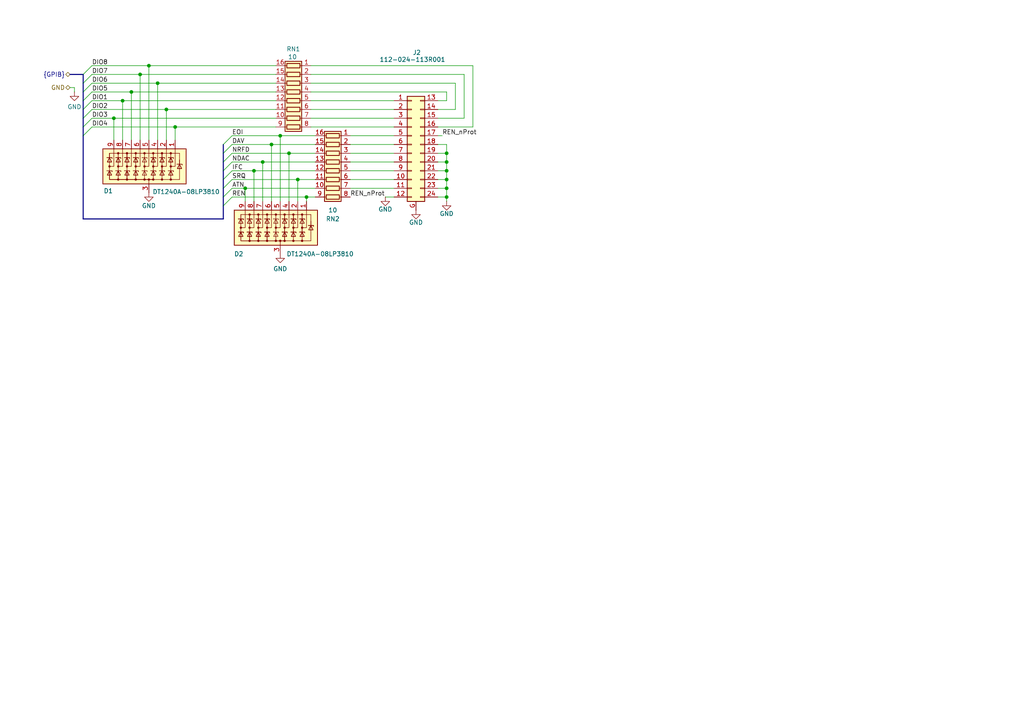
<source format=kicad_sch>
(kicad_sch (version 20241004) (generator "eeschema") (generator_version "8.99")
  (paper "A4")
  (title_block (title "Poe Ethernet GPIB Adapter") (date "2024-12-25") (rev "1") (company "KOFOTRONIC"))
  (lib_symbols
    (symbol "Connector_Generic:Conn_02x12_Top_Bottom_gnd_pins" (pin_names (offset 1.016) (hide yes))
      (property "Reference" "J" (at 1.27 15.24 0))
      (property "Value" "Conn_02x12_Top_Bottom_gnd_pins" (at 1.27 -17.78 0))
      (symbol "Conn_02x12_Top_Bottom_gnd_pins_1_1"
        (rectangle (start -1.27 13.97) (end 3.81 -16.51) (stroke (width 0.254)) (fill (type background)))
        (rectangle (start -1.27 12.827) (end 0 12.573) (stroke (width 0.1524)))
        (rectangle (start -1.27 10.287) (end 0 10.033) (stroke (width 0.1524)))
        (rectangle (start -1.27 7.747) (end 0 7.493) (stroke (width 0.1524)))
        (rectangle (start -1.27 5.207) (end 0 4.953) (stroke (width 0.1524)))
        (rectangle (start -1.27 2.667) (end 0 2.413) (stroke (width 0.1524)))
        (rectangle (start -1.27 0.127) (end 0 -0.127) (stroke (width 0.1524)))
        (rectangle (start -1.27 -2.413) (end 0 -2.667) (stroke (width 0.1524)))
        (rectangle (start -1.27 -4.953) (end 0 -5.207) (stroke (width 0.1524)))
        (rectangle (start -1.27 -7.493) (end 0 -7.747) (stroke (width 0.1524)))
        (rectangle (start -1.27 -10.033) (end 0 -10.287) (stroke (width 0.1524)))
        (rectangle (start -1.27 -12.573) (end 0 -12.827) (stroke (width 0.1524)))
        (rectangle (start -1.27 -15.113) (end 0 -15.367) (stroke (width 0.1524)))
        (rectangle (start 3.81 12.827) (end 2.54 12.573) (stroke (width 0.1524)))
        (rectangle (start 3.81 10.287) (end 2.54 10.033) (stroke (width 0.1524)))
        (rectangle (start 3.81 7.747) (end 2.54 7.493) (stroke (width 0.1524)))
        (rectangle (start 3.81 5.207) (end 2.54 4.953) (stroke (width 0.1524)))
        (rectangle (start 3.81 2.667) (end 2.54 2.413) (stroke (width 0.1524)))
        (rectangle (start 3.81 0.127) (end 2.54 -0.127) (stroke (width 0.1524)))
        (rectangle (start 3.81 -2.413) (end 2.54 -2.667) (stroke (width 0.1524)))
        (rectangle (start 3.81 -4.953) (end 2.54 -5.207) (stroke (width 0.1524)))
        (rectangle (start 3.81 -7.493) (end 2.54 -7.747) (stroke (width 0.1524)))
        (rectangle (start 3.81 -10.033) (end 2.54 -10.287) (stroke (width 0.1524)))
        (rectangle (start 3.81 -12.573) (end 2.54 -12.827) (stroke (width 0.1524)))
        (rectangle (start 3.81 -15.113) (end 2.54 -15.367) (stroke (width 0.1524)))
        (pin passive line (at -5.08 12.7 0) (length 3.81) (name "Pin_1") (number "1"))
        (pin passive line (at -5.08 10.16 0) (length 3.81) (name "Pin_2") (number "2"))
        (pin passive line (at -5.08 7.62 0) (length 3.81) (name "Pin_3") (number "3"))
        (pin passive line (at -5.08 5.08 0) (length 3.81) (name "Pin_4") (number "4"))
        (pin passive line (at -5.08 2.54 0) (length 3.81) (name "Pin_5") (number "5"))
        (pin passive line (at -5.08 0 0) (length 3.81) (name "Pin_6") (number "6"))
        (pin passive line (at -5.08 -2.54 0) (length 3.81) (name "Pin_7") (number "7"))
        (pin passive line (at -5.08 -5.08 0) (length 3.81) (name "Pin_8") (number "8"))
        (pin passive line (at -5.08 -7.62 0) (length 3.81) (name "Pin_9") (number "9"))
        (pin passive line (at -5.08 -10.16 0) (length 3.81) (name "Pin_10") (number "10"))
        (pin passive line (at -5.08 -12.7 0) (length 3.81) (name "Pin_11") (number "11"))
        (pin passive line (at -5.08 -15.24 0) (length 3.81) (name "Pin_12") (number "12"))
        (pin passive line (at 1.27 -19.05 90) (length 2.54) (name "Chassis") (number "G"))
        (pin passive line (at 7.62 12.7 180) (length 3.81) (name "Pin_13") (number "13"))
        (pin passive line (at 7.62 10.16 180) (length 3.81) (name "Pin_14") (number "14"))
        (pin passive line (at 7.62 7.62 180) (length 3.81) (name "Pin_15") (number "15"))
        (pin passive line (at 7.62 5.08 180) (length 3.81) (name "Pin_16") (number "16"))
        (pin passive line (at 7.62 2.54 180) (length 3.81) (name "Pin_17") (number "17"))
        (pin passive line (at 7.62 0 180) (length 3.81) (name "Pin_18") (number "18"))
        (pin passive line (at 7.62 -2.54 180) (length 3.81) (name "Pin_19") (number "19"))
        (pin passive line (at 7.62 -5.08 180) (length 3.81) (name "Pin_20") (number "20"))
        (pin passive line (at 7.62 -7.62 180) (length 3.81) (name "Pin_21") (number "21"))
        (pin passive line (at 7.62 -10.16 180) (length 3.81) (name "Pin_22") (number "22"))
        (pin passive line (at 7.62 -12.7 180) (length 3.81) (name "Pin_23") (number "23"))
        (pin passive line (at 7.62 -15.24 180) (length 3.81) (name "Pin_24") (number "24"))
      )
    )
    (symbol "Device:R_Pack08" (pin_names (offset 0) (hide yes))
      (property "Reference" "RN" (at -12.7 0 90))
      (property "Value" "R_Pack08" (at 10.16 0 90))
      (symbol "R_Pack08_0_1"
        (rectangle (start -11.43 -2.413) (end 8.89 2.413) (stroke (width 0.254)) (fill (type background)))
        (rectangle (start -10.795 1.905) (end -9.525 -1.905) (stroke (width 0.254)))
        (polyline (pts (xy -10.16 1.905) (xy -10.16 2.54)))
        (polyline (pts (xy -10.16 -2.54) (xy -10.16 -1.905)))
        (rectangle (start -8.255 1.905) (end -6.985 -1.905) (stroke (width 0.254)))
        (polyline (pts (xy -7.62 1.905) (xy -7.62 2.54)))
        (polyline (pts (xy -7.62 -2.54) (xy -7.62 -1.905)))
        (rectangle (start -5.715 1.905) (end -4.445 -1.905) (stroke (width 0.254)))
        (polyline (pts (xy -5.08 1.905) (xy -5.08 2.54)))
        (polyline (pts (xy -5.08 -2.54) (xy -5.08 -1.905)))
        (rectangle (start -3.175 1.905) (end -1.905 -1.905) (stroke (width 0.254)))
        (polyline (pts (xy -2.54 1.905) (xy -2.54 2.54)))
        (polyline (pts (xy -2.54 -2.54) (xy -2.54 -1.905)))
        (rectangle (start -0.635 1.905) (end 0.635 -1.905) (stroke (width 0.254)))
        (polyline (pts (xy 0 1.905) (xy 0 2.54)))
        (polyline (pts (xy 0 -2.54) (xy 0 -1.905)))
        (rectangle (start 1.905 1.905) (end 3.175 -1.905) (stroke (width 0.254)))
        (polyline (pts (xy 2.54 1.905) (xy 2.54 2.54)))
        (polyline (pts (xy 2.54 -2.54) (xy 2.54 -1.905)))
        (rectangle (start 4.445 1.905) (end 5.715 -1.905) (stroke (width 0.254)))
        (polyline (pts (xy 5.08 1.905) (xy 5.08 2.54)))
        (polyline (pts (xy 5.08 -2.54) (xy 5.08 -1.905)))
        (rectangle (start 6.985 1.905) (end 8.255 -1.905) (stroke (width 0.254)))
        (polyline (pts (xy 7.62 1.905) (xy 7.62 2.54)))
        (polyline (pts (xy 7.62 -2.54) (xy 7.62 -1.905)))
      )
      (symbol "R_Pack08_1_1"
        (pin passive line (at -10.16 5.08 270) (length 2.54) (name "R1.2") (number "16"))
        (pin passive line (at -10.16 -5.08 90) (length 2.54) (name "R1.1") (number "1"))
        (pin passive line (at -7.62 5.08 270) (length 2.54) (name "R2.2") (number "15"))
        (pin passive line (at -7.62 -5.08 90) (length 2.54) (name "R2.1") (number "2"))
        (pin passive line (at -5.08 5.08 270) (length 2.54) (name "R3.2") (number "14"))
        (pin passive line (at -5.08 -5.08 90) (length 2.54) (name "R3.1") (number "3"))
        (pin passive line (at -2.54 5.08 270) (length 2.54) (name "R4.2") (number "13"))
        (pin passive line (at -2.54 -5.08 90) (length 2.54) (name "R4.1") (number "4"))
        (pin passive line (at 0 5.08 270) (length 2.54) (name "R5.2") (number "12"))
        (pin passive line (at 0 -5.08 90) (length 2.54) (name "R5.1") (number "5"))
        (pin passive line (at 2.54 5.08 270) (length 2.54) (name "R6.2") (number "11"))
        (pin passive line (at 2.54 -5.08 90) (length 2.54) (name "R6.1") (number "6"))
        (pin passive line (at 5.08 5.08 270) (length 2.54) (name "R7.2") (number "10"))
        (pin passive line (at 5.08 -5.08 90) (length 2.54) (name "R7.1") (number "7"))
        (pin passive line (at 7.62 5.08 270) (length 2.54) (name "R8.2") (number "9"))
        (pin passive line (at 7.62 -5.08 90) (length 2.54) (name "R8.1") (number "8"))
      )
    )
    (symbol "Power_Protection:DT1240A-08LP3810" (pin_names (hide yes))
      (property "Reference" "D" (at 13.97 2.54 0))
      (property "Value" "DT1240A-08LP3810" (at 13.97 0.635 0))
      (symbol "DT1240A-08LP3810_0_0"
        (pin passive line (at 0 -7.62 90) (length 2.54) (name "A") (number "3"))
      )
      (symbol "DT1240A-08LP3810_0_1"
        (rectangle (start -10.795 5.08) (end 13.335 -5.08) (stroke (width 0.254)) (fill (type background)))
        (polyline (pts (xy -9.652 0.381) (xy -9.652 0.635) (xy -8.255 0.635) (xy -8.128 0.635)))
        (polyline (pts (xy -9.652 0.381) (xy -9.652 0.635) (xy -8.255 0.635) (xy -8.128 0.635)))
        (polyline (pts (xy -8.89 3.81) (xy -8.89 0.635)))
        (polyline (pts (xy -8.89 1.905) (xy -8.89 0.635)))
        (polyline (pts (xy -8.89 0.635) (xy -8.255 -0.635) (xy -9.525 -0.635) (xy -8.89 0.635)))
        (polyline (pts (xy -8.89 0.635) (xy -8.255 -0.635) (xy -9.525 -0.635) (xy -8.89 0.635)))
        (polyline (pts (xy -8.89 0.635) (xy -8.89 -3.81)))
        (polyline (pts (xy -7.62 5.08) (xy -7.62 0) (xy -6.35 0)))
        (polyline (pts (xy -7.112 2.286) (xy -7.112 2.54) (xy -5.715 2.54) (xy -5.588 2.54)))
        (polyline (pts (xy -7.112 2.286) (xy -7.112 2.54) (xy -5.715 2.54) (xy -5.588 2.54)))
        (polyline (pts (xy -7.112 -1.524) (xy -7.112 -1.27) (xy -5.715 -1.27) (xy -5.588 -1.27)))
        (polyline (pts (xy -7.112 -1.524) (xy -7.112 -1.27) (xy -5.715 -1.27) (xy -5.588 -1.27)))
        (circle (center -6.35 3.81) (radius 0.254) (fill (type outline)))
        (polyline (pts (xy -6.35 3.81) (xy -6.35 2.54)))
        (polyline (pts (xy -6.35 3.81) (xy -6.35 2.54)))
        (polyline (pts (xy -6.35 2.54) (xy -5.715 1.27) (xy -6.985 1.27) (xy -6.35 2.54)))
        (polyline (pts (xy -6.35 2.54) (xy -6.35 -1.27)))
        (polyline (pts (xy -6.35 2.54) (xy -5.715 1.27) (xy -6.985 1.27) (xy -6.35 2.54)))
        (polyline (pts (xy -6.35 0) (xy -6.35 -1.27)))
        (circle (center -6.35 0) (radius 0.254) (fill (type outline)))
        (polyline (pts (xy -6.35 -1.27) (xy -6.35 -3.81) (xy -3.81 -3.81)))
        (polyline (pts (xy -6.35 -1.27) (xy -5.715 -2.54) (xy -6.985 -2.54) (xy -6.35 -1.27)))
        (polyline (pts (xy -6.35 -1.27) (xy -5.715 -2.54) (xy -6.985 -2.54) (xy -6.35 -1.27)))
        (polyline (pts (xy -6.35 -3.81) (xy -8.89 -3.81)))
        (circle (center -6.35 -3.81) (radius 0.254) (fill (type outline)))
        (polyline (pts (xy -5.08 5.08) (xy -5.08 0) (xy -3.81 0)))
        (polyline (pts (xy -4.572 2.286) (xy -4.572 2.54) (xy -3.175 2.54) (xy -3.048 2.54)))
        (polyline (pts (xy -4.572 2.286) (xy -4.572 2.54) (xy -3.175 2.54) (xy -3.048 2.54)))
        (polyline (pts (xy -4.572 -1.524) (xy -4.572 -1.27) (xy -3.175 -1.27) (xy -3.048 -1.27)))
        (polyline (pts (xy -4.572 -1.524) (xy -4.572 -1.27) (xy -3.175 -1.27) (xy -3.048 -1.27)))
        (polyline (pts (xy -3.81 3.81) (xy -3.81 2.54)))
        (circle (center -3.81 3.81) (radius 0.254) (fill (type outline)))
        (polyline (pts (xy -3.81 3.81) (xy -3.81 2.54)))
        (polyline (pts (xy -3.81 2.54) (xy -3.81 -1.27)))
        (polyline (pts (xy -3.81 2.54) (xy -3.175 1.27) (xy -4.445 1.27) (xy -3.81 2.54)))
        (polyline (pts (xy -3.81 2.54) (xy -3.175 1.27) (xy -4.445 1.27) (xy -3.81 2.54)))
        (circle (center -3.81 0) (radius 0.254) (fill (type outline)))
        (polyline (pts (xy -3.81 0) (xy -3.81 -1.27)))
        (polyline (pts (xy -3.81 -1.27) (xy -3.175 -2.54) (xy -4.445 -2.54) (xy -3.81 -1.27)))
        (polyline (pts (xy -3.81 -1.27) (xy -3.175 -2.54) (xy -4.445 -2.54) (xy -3.81 -1.27)))
        (polyline (pts (xy -3.81 -1.27) (xy -3.81 -3.81) (xy -1.27 -3.81)))
        (circle (center -3.81 -3.81) (radius 0.254) (fill (type outline)))
        (polyline (pts (xy -2.54 5.08) (xy -2.54 0) (xy -1.27 0)))
        (polyline (pts (xy -2.032 2.286) (xy -2.032 2.54) (xy -0.635 2.54) (xy -0.508 2.54)))
        (polyline (pts (xy -2.032 2.286) (xy -2.032 2.54) (xy -0.635 2.54) (xy -0.508 2.54)))
        (polyline (pts (xy -2.032 -1.524) (xy -2.032 -1.27) (xy -0.635 -1.27) (xy -0.508 -1.27)))
        (polyline (pts (xy -2.032 -1.524) (xy -2.032 -1.27) (xy -0.635 -1.27) (xy -0.508 -1.27)))
        (circle (center -1.27 3.81) (radius 0.254) (fill (type outline)))
        (polyline (pts (xy -1.27 3.81) (xy -1.27 2.54)))
        (polyline (pts (xy -1.27 3.81) (xy -1.27 2.54)))
        (polyline (pts (xy -1.27 2.54) (xy -0.635 1.27) (xy -1.905 1.27) (xy -1.27 2.54)))
        (polyline (pts (xy -1.27 2.54) (xy -0.635 1.27) (xy -1.905 1.27) (xy -1.27 2.54)))
        (polyline (pts (xy -1.27 2.54) (xy -1.27 -1.27)))
        (circle (center -1.27 0) (radius 0.254) (fill (type outline)))
        (polyline (pts (xy -1.27 0) (xy -1.27 -1.27)))
        (polyline (pts (xy -1.27 -1.27) (xy -1.27 -3.81) (xy 3.81 -3.81) (xy 3.81 -1.27)))
        (polyline (pts (xy -1.27 -1.27) (xy -0.635 -2.54) (xy -1.905 -2.54) (xy -1.27 -1.27)))
        (polyline (pts (xy -1.27 -1.27) (xy -0.635 -2.54) (xy -1.905 -2.54) (xy -1.27 -1.27)))
        (polyline (pts (xy -1.27 -1.27) (xy -1.27 -3.81) (xy 3.81 -3.81) (xy 3.81 -1.27)))
        (circle (center -1.27 -3.81) (radius 0.254) (fill (type outline)))
        (polyline (pts (xy 0 5.08) (xy 0 0) (xy 1.27 0)))
        (circle (center 0 -3.81) (radius 0.254) (fill (type outline)))
        (polyline (pts (xy 0 -5.08) (xy 0 -3.81)))
        (circle (center 1.27 3.81) (radius 0.254) (fill (type outline)))
        (polyline (pts (xy 1.27 3.81) (xy 1.27 2.54)))
        (circle (center 1.27 0) (radius 0.254) (fill (type outline)))
        (circle (center 1.27 -3.81) (radius 0.254) (fill (type outline)))
        (polyline (pts (xy 1.27 -3.81) (xy 1.27 2.54)))
        (polyline (pts (xy 1.905 2.54) (xy 0.508 2.54) (xy 0.508 2.286)))
        (polyline (pts (xy 1.905 2.54) (xy 2.032 2.54)))
        (polyline (pts (xy 1.905 1.27) (xy 0.635 1.27) (xy 1.27 2.54) (xy 1.905 1.27)))
        (polyline (pts (xy 1.905 -1.27) (xy 2.032 -1.27)))
        (polyline (pts (xy 1.905 -1.27) (xy 0.508 -1.27) (xy 0.508 -1.524)))
        (polyline (pts (xy 1.905 -2.54) (xy 0.635 -2.54) (xy 1.27 -1.27) (xy 1.905 -2.54)))
        (polyline (pts (xy 2.54 5.08) (xy 2.54 0) (xy 3.81 0)))
        (polyline (pts (xy 3.048 2.286) (xy 3.048 2.54) (xy 4.445 2.54) (xy 4.572 2.54)))
        (polyline (pts (xy 3.048 2.286) (xy 3.048 2.54) (xy 4.445 2.54) (xy 4.572 2.54)))
        (polyline (pts (xy 3.048 -1.524) (xy 3.048 -1.27) (xy 4.445 -1.27) (xy 4.572 -1.27)))
        (polyline (pts (xy 3.048 -1.524) (xy 3.048 -1.27) (xy 4.445 -1.27) (xy 4.572 -1.27)))
        (circle (center 3.81 3.81) (radius 0.254) (fill (type outline)))
        (polyline (pts (xy 3.81 3.81) (xy 3.81 2.54)))
        (polyline (pts (xy 3.81 2.54) (xy 3.175 1.27) (xy 4.445 1.27) (xy 3.81 2.54)))
        (polyline (pts (xy 3.81 2.54) (xy 3.175 1.27) (xy 4.445 1.27) (xy 3.81 2.54)))
        (polyline (pts (xy 3.81 2.54) (xy 3.81 -1.27)))
        (circle (center 3.81 0) (radius 0.254) (fill (type outline)))
        (polyline (pts (xy 3.81 -1.27) (xy 3.175 -2.54) (xy 4.445 -2.54) (xy 3.81 -1.27)))
        (polyline (pts (xy 3.81 -1.27) (xy 3.175 -2.54) (xy 4.445 -2.54) (xy 3.81 -1.27)))
        (circle (center 3.81 -3.81) (radius 0.254) (fill (type outline)))
        (polyline (pts (xy 5.08 5.08) (xy 5.08 0) (xy 6.35 0)))
        (polyline (pts (xy 5.588 2.286) (xy 5.588 2.54) (xy 6.985 2.54) (xy 7.112 2.54)))
        (polyline (pts (xy 5.588 2.286) (xy 5.588 2.54) (xy 6.985 2.54) (xy 7.112 2.54)))
        (polyline (pts (xy 5.588 -1.524) (xy 5.588 -1.27) (xy 6.985 -1.27) (xy 7.112 -1.27)))
        (polyline (pts (xy 5.588 -1.524) (xy 5.588 -1.27) (xy 6.985 -1.27) (xy 7.112 -1.27)))
        (polyline (pts (xy 6.35 3.81) (xy 6.35 2.54)))
        (polyline (pts (xy 6.35 3.81) (xy 6.35 2.54)))
        (circle (center 6.35 3.81) (radius 0.254) (fill (type outline)))
        (polyline (pts (xy 6.35 2.54) (xy 6.35 -1.27)))
        (polyline (pts (xy 6.35 2.54) (xy 5.715 1.27) (xy 6.985 1.27) (xy 6.35 2.54)))
        (polyline (pts (xy 6.35 2.54) (xy 5.715 1.27) (xy 6.985 1.27) (xy 6.35 2.54)))
        (circle (center 6.35 0) (radius 0.254) (fill (type outline)))
        (polyline (pts (xy 6.35 -1.27) (xy 6.35 -3.81) (xy 3.81 -3.81)))
        (polyline (pts (xy 6.35 -1.27) (xy 6.35 -3.81) (xy 3.81 -3.81)))
        (polyline (pts (xy 6.35 -1.27) (xy 5.715 -2.54) (xy 6.985 -2.54) (xy 6.35 -1.27)))
        (polyline (pts (xy 6.35 -1.27) (xy 5.715 -2.54) (xy 6.985 -2.54) (xy 6.35 -1.27)))
        (circle (center 6.35 -3.81) (radius 0.254) (fill (type outline)))
        (polyline (pts (xy 7.62 5.08) (xy 7.62 0) (xy 8.89 0)))
        (polyline (pts (xy 8.128 2.286) (xy 8.128 2.54) (xy 9.525 2.54) (xy 9.652 2.54)))
        (polyline (pts (xy 8.128 2.286) (xy 8.128 2.54) (xy 9.525 2.54) (xy 9.652 2.54)))
        (polyline (pts (xy 8.128 -1.524) (xy 8.128 -1.27) (xy 9.525 -1.27) (xy 9.652 -1.27)))
        (polyline (pts (xy 8.128 -1.524) (xy 8.128 -1.27) (xy 9.525 -1.27) (xy 9.652 -1.27)))
        (polyline (pts (xy 8.89 3.81) (xy 8.89 2.54)))
        (polyline (pts (xy 8.89 3.81) (xy 8.89 2.54)))
        (circle (center 8.89 3.81) (radius 0.254) (fill (type outline)))
        (polyline (pts (xy 8.89 2.54) (xy 8.89 -1.27)))
        (polyline (pts (xy 8.89 2.54) (xy 8.255 1.27) (xy 9.525 1.27) (xy 8.89 2.54)))
        (polyline (pts (xy 8.89 2.54) (xy 8.255 1.27) (xy 9.525 1.27) (xy 8.89 2.54)))
        (circle (center 8.89 0) (radius 0.254) (fill (type outline)))
        (polyline (pts (xy 8.89 -1.27) (xy 8.255 -2.54) (xy 9.525 -2.54) (xy 8.89 -1.27)))
        (polyline (pts (xy 8.89 -1.27) (xy 8.255 -2.54) (xy 9.525 -2.54) (xy 8.89 -1.27)))
        (polyline (pts (xy 8.89 -1.27) (xy 8.89 -3.81) (xy 6.35 -3.81)))
        (polyline (pts (xy 8.89 -1.27) (xy 8.89 -3.81) (xy 6.35 -3.81)))
        (circle (center 8.89 -3.81) (radius 0.254) (fill (type outline)))
        (polyline (pts (xy 10.16 5.08) (xy 10.16 0) (xy 11.43 0)))
        (polyline (pts (xy 10.668 2.286) (xy 10.668 2.54) (xy 12.065 2.54) (xy 12.192 2.54)))
        (polyline (pts (xy 10.668 2.286) (xy 10.668 2.54) (xy 12.065 2.54) (xy 12.192 2.54)))
        (polyline (pts (xy 10.668 -1.524) (xy 10.668 -1.27) (xy 12.065 -1.27) (xy 12.192 -1.27)))
        (polyline (pts (xy 10.668 -1.524) (xy 10.668 -1.27) (xy 12.065 -1.27) (xy 12.192 -1.27)))
        (polyline (pts (xy 11.43 3.81) (xy -8.89 3.81)))
        (polyline (pts (xy 11.43 3.81) (xy 11.43 2.54)))
        (polyline (pts (xy 11.43 3.81) (xy 11.43 2.54)))
        (polyline (pts (xy 11.43 2.54) (xy 11.43 -1.27)))
        (polyline (pts (xy 11.43 2.54) (xy 10.795 1.27) (xy 12.065 1.27) (xy 11.43 2.54)))
        (polyline (pts (xy 11.43 2.54) (xy 10.795 1.27) (xy 12.065 1.27) (xy 11.43 2.54)))
        (circle (center 11.43 0) (radius 0.254) (fill (type outline)))
        (polyline (pts (xy 11.43 -1.27) (xy 10.795 -2.54) (xy 12.065 -2.54) (xy 11.43 -1.27)))
        (polyline (pts (xy 11.43 -1.27) (xy 10.795 -2.54) (xy 12.065 -2.54) (xy 11.43 -1.27)))
        (polyline (pts (xy 11.43 -1.27) (xy 11.43 -3.81) (xy 8.89 -3.81)))
        (polyline (pts (xy 11.43 -1.27) (xy 11.43 -3.81) (xy 8.89 -3.81)))
      )
      (symbol "DT1240A-08LP3810_1_1"
        (pin passive line (at -7.62 7.62 270) (length 2.54) (name "K1") (number "1"))
        (pin passive line (at -5.08 7.62 270) (length 2.54) (name "K2") (number "2"))
        (pin passive line (at -2.54 7.62 270) (length 2.54) (name "K3") (number "4"))
        (pin passive line (at 0 7.62 270) (length 2.54) (name "K4") (number "5"))
        (pin passive line (at 2.54 7.62 270) (length 2.54) (name "K5") (number "6"))
        (pin passive line (at 5.08 7.62 270) (length 2.54) (name "K6") (number "7"))
        (pin passive line (at 7.62 7.62 270) (length 2.54) (name "K7") (number "8"))
        (pin passive line (at 10.16 7.62 270) (length 2.54) (name "K8") (number "9"))
      )
    )
    (symbol "power:GND" (power) (pin_numbers (hide yes)) (pin_names (offset 0) (hide yes))
      (property "Value" "GND" (at 0 -3.81 0))
      (symbol "GND_0_1"
        (polyline (pts (xy 0 0) (xy 0 -1.27) (xy 1.27 -1.27) (xy 0 -2.54) (xy -1.27 -1.27) (xy 0 -1.27)))
      )
      (symbol "GND_1_1"
        (pin power_in line (at 0 0 270) (length 0) (name "~") (number "1"))
      )
    )
  )
  (bus_alias "GPIB" (members "DIO1" "DIO2" "DIO3" "DIO4" "DIO5" "DIO6" "DIO7" "DIO8" "EOI" "DAV" "NRFD" "NDAC" "IFC" "SRQ" "ATN" "REN"))
  (junction (at 73.66 49.53))
  (junction (at 43.18 19.05))
  (junction (at 50.8 36.83))
  (junction (at 78.74 41.91))
  (junction (at 45.72 24.13))
  (junction (at 129.54 46.99))
  (junction (at 86.36 52.07))
  (junction (at 71.12 54.61))
  (junction (at 129.54 57.15))
  (junction (at 48.26 31.75))
  (junction (at 38.1 26.67))
  (junction (at 129.54 52.07))
  (junction (at 129.54 54.61))
  (junction (at 129.54 49.53))
  (junction (at 129.54 44.45))
  (junction (at 88.9 57.15))
  (junction (at 76.2 46.99))
  (junction (at 40.64 21.59))
  (junction (at 83.82 44.45))
  (junction (at 35.56 29.21))
  (junction (at 81.28 39.37))
  (junction (at 33.02 34.29))
  (bus_entry (at 64.77 52.07) (size 2.54 -2.54))
  (bus_entry (at 24.13 29.21) (size 2.54 -2.54))
  (bus_entry (at 24.13 24.13) (size 2.54 -2.54))
  (bus_entry (at 24.13 26.67) (size 2.54 -2.54))
  (bus_entry (at 24.13 31.75) (size 2.54 -2.54))
  (bus_entry (at 64.77 46.99) (size 2.54 -2.54))
  (bus_entry (at 24.13 36.83) (size 2.54 -2.54))
  (bus_entry (at 64.77 44.45) (size 2.54 -2.54))
  (bus_entry (at 64.77 41.91) (size 2.54 -2.54))
  (bus_entry (at 64.77 49.53) (size 2.54 -2.54))
  (bus_entry (at 64.77 59.69) (size 2.54 -2.54))
  (bus_entry (at 24.13 39.37) (size 2.54 -2.54))
  (bus_entry (at 24.13 21.59) (size 2.54 -2.54))
  (bus_entry (at 64.77 54.61) (size 2.54 -2.54))
  (bus_entry (at 64.77 57.15) (size 2.54 -2.54))
  (bus_entry (at 24.13 34.29) (size 2.54 -2.54))
  (wire (pts (xy 101.6 52.07) (xy 114.3 52.07)))
  (wire (pts (xy 73.66 49.53) (xy 73.66 58.42)))
  (wire (pts (xy 127 57.15) (xy 129.54 57.15)))
  (wire (pts (xy 101.6 39.37) (xy 114.3 39.37)))
  (wire (pts (xy 88.9 58.42) (xy 88.9 57.15)))
  (wire (pts (xy 129.54 49.53) (xy 129.54 52.07)))
  (bus (pts (xy 64.77 41.91) (xy 64.77 44.45)))
  (bus (pts (xy 24.13 34.29) (xy 24.13 31.75)))
  (wire (pts (xy 101.6 46.99) (xy 114.3 46.99)))
  (wire (pts (xy 129.54 26.67) (xy 129.54 29.21)))
  (wire (pts (xy 26.67 26.67) (xy 38.1 26.67)))
  (wire (pts (xy 67.31 52.07) (xy 86.36 52.07)))
  (wire (pts (xy 129.54 29.21) (xy 127 29.21)))
  (wire (pts (xy 26.67 21.59) (xy 40.64 21.59)))
  (wire (pts (xy 90.17 36.83) (xy 114.3 36.83)))
  (wire (pts (xy 127 46.99) (xy 129.54 46.99)))
  (wire (pts (xy 67.31 57.15) (xy 88.9 57.15)))
  (wire (pts (xy 26.67 24.13) (xy 45.72 24.13)))
  (wire (pts (xy 67.31 54.61) (xy 71.12 54.61)))
  (wire (pts (xy 43.18 19.05) (xy 80.01 19.05)))
  (wire (pts (xy 21.59 25.4) (xy 21.59 26.67)))
  (wire (pts (xy 40.64 21.59) (xy 40.64 40.64)))
  (wire (pts (xy 90.17 29.21) (xy 114.3 29.21)))
  (bus (pts (xy 24.13 29.21) (xy 24.13 26.67)))
  (wire (pts (xy 90.17 21.59) (xy 134.62 21.59)))
  (wire (pts (xy 67.31 39.37) (xy 81.28 39.37)))
  (wire (pts (xy 50.8 36.83) (xy 50.8 40.64)))
  (wire (pts (xy 76.2 46.99) (xy 91.44 46.99)))
  (wire (pts (xy 90.17 34.29) (xy 114.3 34.29)))
  (wire (pts (xy 90.17 24.13) (xy 132.08 24.13)))
  (wire (pts (xy 38.1 26.67) (xy 38.1 40.64)))
  (wire (pts (xy 127 49.53) (xy 129.54 49.53)))
  (wire (pts (xy 45.72 24.13) (xy 80.01 24.13)))
  (wire (pts (xy 137.16 19.05) (xy 137.16 36.83)))
  (bus (pts (xy 64.77 54.61) (xy 64.77 57.15)))
  (wire (pts (xy 128.27 39.37) (xy 127 39.37)))
  (wire (pts (xy 83.82 58.42) (xy 83.82 44.45)))
  (wire (pts (xy 48.26 31.75) (xy 80.01 31.75)))
  (wire (pts (xy 71.12 54.61) (xy 71.12 58.42)))
  (wire (pts (xy 78.74 58.42) (xy 78.74 41.91)))
  (wire (pts (xy 67.31 44.45) (xy 83.82 44.45)))
  (wire (pts (xy 90.17 31.75) (xy 114.3 31.75)))
  (wire (pts (xy 129.54 52.07) (xy 129.54 54.61)))
  (wire (pts (xy 33.02 34.29) (xy 80.01 34.29)))
  (wire (pts (xy 67.31 49.53) (xy 73.66 49.53)))
  (wire (pts (xy 101.6 54.61) (xy 114.3 54.61)))
  (wire (pts (xy 129.54 44.45) (xy 129.54 46.99)))
  (wire (pts (xy 101.6 41.91) (xy 114.3 41.91)))
  (wire (pts (xy 127 44.45) (xy 129.54 44.45)))
  (wire (pts (xy 50.8 36.83) (xy 80.01 36.83)))
  (wire (pts (xy 26.67 36.83) (xy 50.8 36.83)))
  (bus (pts (xy 64.77 44.45) (xy 64.77 46.99)))
  (wire (pts (xy 101.6 44.45) (xy 114.3 44.45)))
  (wire (pts (xy 86.36 52.07) (xy 91.44 52.07)))
  (wire (pts (xy 38.1 26.67) (xy 80.01 26.67)))
  (wire (pts (xy 26.67 34.29) (xy 33.02 34.29)))
  (wire (pts (xy 35.56 29.21) (xy 35.56 40.64)))
  (wire (pts (xy 78.74 41.91) (xy 91.44 41.91)))
  (wire (pts (xy 43.18 19.05) (xy 43.18 40.64)))
  (wire (pts (xy 90.17 19.05) (xy 137.16 19.05)))
  (bus (pts (xy 24.13 39.37) (xy 24.13 36.83)))
  (wire (pts (xy 134.62 21.59) (xy 134.62 34.29)))
  (wire (pts (xy 40.64 21.59) (xy 80.01 21.59)))
  (wire (pts (xy 67.31 41.91) (xy 78.74 41.91)))
  (wire (pts (xy 90.17 26.67) (xy 129.54 26.67)))
  (wire (pts (xy 132.08 24.13) (xy 132.08 31.75)))
  (wire (pts (xy 111.76 57.15) (xy 114.3 57.15)))
  (wire (pts (xy 81.28 58.42) (xy 81.28 39.37)))
  (wire (pts (xy 127 54.61) (xy 129.54 54.61)))
  (wire (pts (xy 33.02 34.29) (xy 33.02 40.64)))
  (wire (pts (xy 76.2 58.42) (xy 76.2 46.99)))
  (wire (pts (xy 81.28 39.37) (xy 91.44 39.37)))
  (bus (pts (xy 24.13 21.59) (xy 20.32 21.59)))
  (wire (pts (xy 129.54 46.99) (xy 129.54 49.53)))
  (wire (pts (xy 26.67 29.21) (xy 35.56 29.21)))
  (wire (pts (xy 88.9 57.15) (xy 91.44 57.15)))
  (wire (pts (xy 48.26 31.75) (xy 48.26 40.64)))
  (wire (pts (xy 134.62 34.29) (xy 127 34.29)))
  (bus (pts (xy 24.13 63.5) (xy 64.77 63.5)))
  (bus (pts (xy 24.13 36.83) (xy 24.13 34.29)))
  (wire (pts (xy 83.82 44.45) (xy 91.44 44.45)))
  (bus (pts (xy 24.13 63.5) (xy 24.13 39.37)))
  (wire (pts (xy 127 52.07) (xy 129.54 52.07)))
  (bus (pts (xy 24.13 24.13) (xy 24.13 21.59)))
  (bus (pts (xy 64.77 46.99) (xy 64.77 49.53)))
  (wire (pts (xy 35.56 29.21) (xy 80.01 29.21)))
  (wire (pts (xy 20.32 25.4) (xy 21.59 25.4)))
  (wire (pts (xy 101.6 49.53) (xy 114.3 49.53)))
  (wire (pts (xy 73.66 49.53) (xy 91.44 49.53)))
  (wire (pts (xy 71.12 54.61) (xy 91.44 54.61)))
  (wire (pts (xy 129.54 57.15) (xy 129.54 58.42)))
  (wire (pts (xy 26.67 31.75) (xy 48.26 31.75)))
  (bus (pts (xy 64.77 57.15) (xy 64.77 59.69)))
  (wire (pts (xy 67.31 46.99) (xy 76.2 46.99)))
  (wire (pts (xy 132.08 31.75) (xy 127 31.75)))
  (wire (pts (xy 86.36 58.42) (xy 86.36 52.07)))
  (wire (pts (xy 129.54 41.91) (xy 129.54 44.45)))
  (bus (pts (xy 64.77 49.53) (xy 64.77 52.07)))
  (bus (pts (xy 64.77 52.07) (xy 64.77 54.61)))
  (bus (pts (xy 64.77 59.69) (xy 64.77 63.5)))
  (wire (pts (xy 129.54 54.61) (xy 129.54 57.15)))
  (bus (pts (xy 24.13 26.67) (xy 24.13 24.13)))
  (wire (pts (xy 26.67 19.05) (xy 43.18 19.05)))
  (bus (pts (xy 24.13 31.75) (xy 24.13 29.21)))
  (wire (pts (xy 45.72 24.13) (xy 45.72 40.64)))
  (wire (pts (xy 127 41.91) (xy 129.54 41.91)))
  (wire (pts (xy 137.16 36.83) (xy 127 36.83)))
  (label "DIO3" (at 26.67 34.29 0))
  (label "DIO7" (at 26.67 21.59 0))
  (label "DIO2" (at 26.67 31.75 0))
  (label "DIO8" (at 26.67 19.05 0))
  (label "REN_nProt" (at 101.6 57.15 0))
  (label "DAV" (at 67.31 41.91 0))
  (label "EOI" (at 67.31 39.37 0))
  (label "IFC" (at 67.31 49.53 0))
  (label "DIO6" (at 26.67 24.13 0))
  (label "DIO4" (at 26.67 36.83 0))
  (label "ATN" (at 67.31 54.61 0))
  (label "NDAC" (at 67.31 46.99 0))
  (label "SRQ" (at 67.31 52.07 0))
  (label "NRFD" (at 67.31 44.45 0))
  (label "REN" (at 67.31 57.15 0))
  (label "DIO1" (at 26.67 29.21 0))
  (label "DIO5" (at 26.67 26.67 0))
  (label "REN_nProt" (at 128.27 39.37 0))
  (hierarchical_label "{GPIB}" (shape bidirectional) (at 20.32 21.59 180))
  (hierarchical_label "GND" (shape bidirectional) (at 20.32 25.4 180))
  (symbol (lib_id "Connector_Generic:Conn_02x12_Top_Bottom_gnd_pins") (at 119.38 41.91 0) (unit 1)
    (property "Reference" "J2" (at 120.904 15.24 0))
    (property "Value" "112-024-113R001" (at 119.634 17.272 0))
    (property "Footprint" "Centronic:112-024-113R001" (effects (hide yes)))
    (property "Description" "Generic connector, double row, 02x12, top/bottom pin numbering scheme (row 1: 1...pins_per_row, row2: pins_per_row+1 ... num_pins), script generated (kicad-library-utils/schlib/autogen/connector/)" (effects (hide yes)))
    (property "Model" "112-024-113R001" (effects (hide yes)))
    (property "Manufacturer" "NorComp" (effects (hide yes)))
  )
  (symbol (lib_id "Power_Protection:DT1240A-08LP3810") (at 81.28 66.04 0) (mirror y) (unit 1)
    (property "Reference" "D2" (at 70.612 73.66 0) (effects (justify left)))
    (property "Value" "DT1240A-08LP3810" (at 102.616 73.66 0) (effects (justify left)))
    (property "Footprint" "Package_DFN_QFN:UDFN-9_1.0x3.8mm_P0.5mm" (effects (hide yes)))
    (property "Datasheet" "https://www.diodes.com/assets/Datasheets/DT1240A-08LP3810.pdf" (effects (hide yes)))
    (property "Description" "Low Capacitance TVS Diode Array, 3.3V Standoff, 8 Channels, UDFN-9" (effects (hide yes)))
    (property "Model" "DT1240A-08LP3810-7 " (effects (hide yes)))
    (property "Manufacturer" "Diodes Incorporated " (effects (hide yes)))
    (property "JLCPCB" "C526598" (effects (hide yes)))
  )
  (symbol (lib_id "power:GND") (at 21.59 26.67 0) (unit 1)
    (property "Reference" "#PWR039" (effects (hide yes)))
    (property "Value" "GND" (at 21.59 30.988 0))
    (property "Description" "Power symbol creates a global label with name \"GND\" , ground" (effects (hide yes)))
  )
  (symbol (lib_id "power:GND") (at 111.76 57.15 0) (unit 1)
    (property "Reference" "#PWR037" (effects (hide yes)))
    (property "Value" "GND" (at 111.76 60.706 0))
    (property "Description" "Power symbol creates a global label with name \"GND\" , ground" (effects (hide yes)))
  )
  (symbol (lib_id "power:GND") (at 129.54 58.42 0) (unit 1)
    (property "Reference" "#PWR038" (effects (hide yes)))
    (property "Value" "GND" (at 129.54 61.976 0))
    (property "Description" "Power symbol creates a global label with name \"GND\" , ground" (effects (hide yes)))
  )
  (symbol (lib_id "Device:R_Pack08") (at 96.52 49.53 90) (mirror x) (unit 1)
    (property "Reference" "RN2" (at 96.52 63.5 90))
    (property "Value" "10" (at 96.52 60.96 90))
    (property "Footprint" "Resistor_SMD:R_Array_Convex_8x0602" (effects (hide yes)))
    (property "Description" "8 resistor network, parallel topology" (effects (hide yes)))
    (property "Model" "YC248-JR-0710RL" (effects (hide yes)))
    (property "Manufacturer" "YAGEO" (effects (hide yes)))
    (property "JLCPCB" "C1518172 " (effects (hide yes)))
  )
  (symbol (lib_id "Device:R_Pack08") (at 85.09 29.21 90) (mirror x) (unit 1)
    (property "Reference" "RN1" (at 85.09 14.224 90))
    (property "Value" "10" (at 84.836 16.51 90))
    (property "Footprint" "Resistor_SMD:R_Array_Convex_8x0602" (effects (hide yes)))
    (property "Description" "8 resistor network, parallel topology" (effects (hide yes)))
    (property "Model" "YC248-JR-0710RL" (effects (hide yes)))
    (property "Manufacturer" "YAGEO" (effects (hide yes)))
    (property "JLCPCB" "C1518172 " (effects (hide yes)))
  )
  (symbol (lib_id "power:GND") (at 120.65 60.96 0) (unit 1)
    (property "Reference" "#PWR0163" (effects (hide yes)))
    (property "Value" "GND" (at 120.65 64.516 0))
    (property "Description" "Power symbol creates a global label with name \"GND\" , ground" (effects (hide yes)))
  )
  (symbol (lib_id "power:GND") (at 43.18 55.88 0) (unit 1)
    (property "Reference" "#PWR035" (effects (hide yes)))
    (property "Value" "GND" (at 43.18 59.69 0))
    (property "Description" "Power symbol creates a global label with name \"GND\" , ground" (effects (hide yes)))
  )
  (symbol (lib_id "Power_Protection:DT1240A-08LP3810") (at 43.18 48.26 0) (mirror y) (unit 1)
    (property "Reference" "D1" (at 32.766 55.372 0) (effects (justify left)))
    (property "Value" "DT1240A-08LP3810" (at 63.754 55.626 0) (effects (justify left)))
    (property "Footprint" "Package_DFN_QFN:UDFN-9_1.0x3.8mm_P0.5mm" (effects (hide yes)))
    (property "Datasheet" "https://www.diodes.com/assets/Datasheets/DT1240A-08LP3810.pdf" (effects (hide yes)))
    (property "Description" "Low Capacitance TVS Diode Array, 3.3V Standoff, 8 Channels, UDFN-9" (effects (hide yes)))
    (property "Model" "DT1240A-08LP3810-7 " (effects (hide yes)))
    (property "Manufacturer" "Diodes Incorporated " (effects (hide yes)))
    (property "JLCPCB" "C526598" (effects (hide yes)))
  )
  (symbol (lib_id "power:GND") (at 81.28 73.66 0) (unit 1)
    (property "Reference" "#PWR036" (effects (hide yes)))
    (property "Value" "GND" (at 81.28 77.978 0))
    (property "Description" "Power symbol creates a global label with name \"GND\" , ground" (effects (hide yes)))
  )
)
</source>
